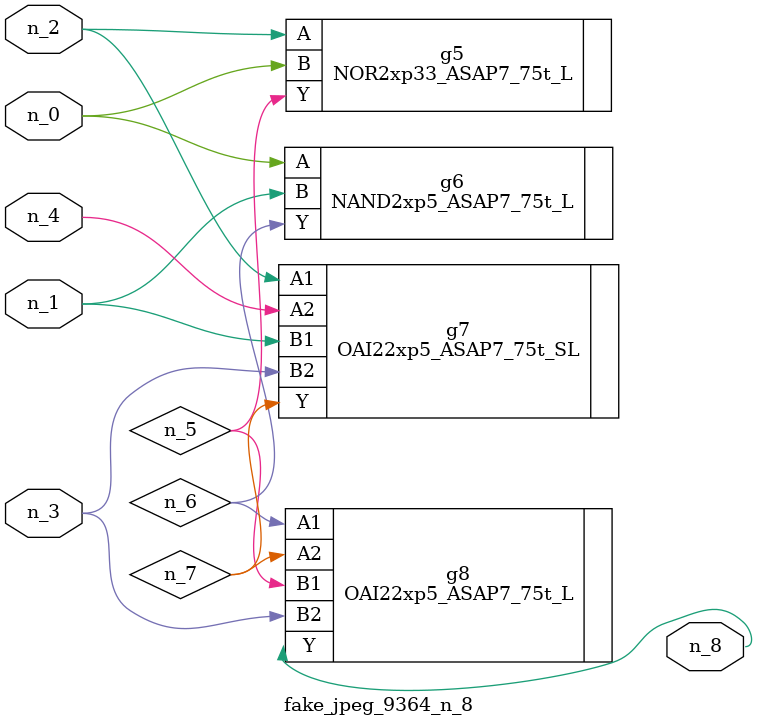
<source format=v>
module fake_jpeg_9364_n_8 (n_3, n_2, n_1, n_0, n_4, n_8);

input n_3;
input n_2;
input n_1;
input n_0;
input n_4;

output n_8;

wire n_6;
wire n_5;
wire n_7;

NOR2xp33_ASAP7_75t_L g5 ( 
.A(n_2),
.B(n_0),
.Y(n_5)
);

NAND2xp5_ASAP7_75t_L g6 ( 
.A(n_0),
.B(n_1),
.Y(n_6)
);

OAI22xp5_ASAP7_75t_SL g7 ( 
.A1(n_2),
.A2(n_4),
.B1(n_1),
.B2(n_3),
.Y(n_7)
);

OAI22xp5_ASAP7_75t_L g8 ( 
.A1(n_6),
.A2(n_7),
.B1(n_5),
.B2(n_3),
.Y(n_8)
);


endmodule
</source>
